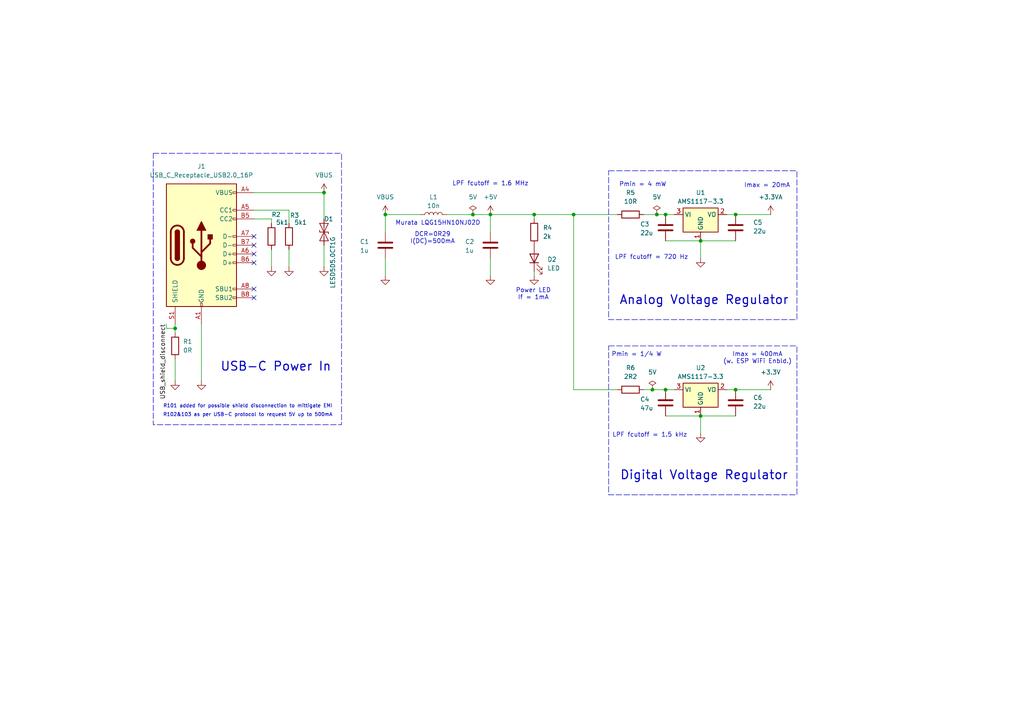
<source format=kicad_sch>
(kicad_sch (version 20231120) (generator "eeschema") (generator_version "8.0")
  (paper "A4")
  (title_block (title "BASM SOUNDCARD DEV V0") (date "2025-04-29") (rev "1") (company "BUCHAREST APPLIED STEAM MUSEUM") (comment 1 "Lowered Power Rating on Analog 3.3V Rail regulator & passives"))
  (lib_symbols
    (symbol "Connector:USB_C_Receptacle_USB2.0_16P" (pin_names (offset 1.016))
      (property "Reference" "J" (at 0 22.225 0))
      (property "Value" "USB_C_Receptacle_USB2.0_16P" (at 0 19.685 0))
      (symbol "USB_C_Receptacle_USB2.0_16P_0_0"
        (rectangle (start -0.254 -17.78) (end 0.254 -16.764))
        (rectangle (start 10.16 -14.986) (end 9.144 -15.494))
        (rectangle (start 10.16 -12.446) (end 9.144 -12.954))
        (rectangle (start 10.16 -4.826) (end 9.144 -5.334))
        (rectangle (start 10.16 -2.286) (end 9.144 -2.794))
        (rectangle (start 10.16 0.254) (end 9.144 -0.254))
        (rectangle (start 10.16 2.794) (end 9.144 2.286))
        (rectangle (start 10.16 7.874) (end 9.144 7.366))
        (rectangle (start 10.16 10.414) (end 9.144 9.906))
        (rectangle (start 10.16 15.494) (end 9.144 14.986))
      )
      (symbol "USB_C_Receptacle_USB2.0_16P_0_1"
        (rectangle (start -10.16 17.78) (end 10.16 -17.78) (stroke (width 0.254)) (fill (type background)))
        (arc (start -8.89 -3.81) (mid -6.985 -5.7067) (end -5.08 -3.81) (stroke (width 0.508)))
        (arc (start -7.62 -3.81) (mid -6.985 -4.4423) (end -6.35 -3.81) (stroke (width 0.254)))
        (arc (start -7.62 -3.81) (mid -6.985 -4.4423) (end -6.35 -3.81) (stroke (width 0.254)) (fill (type outline)))
        (rectangle (start -7.62 -3.81) (end -6.35 3.81) (stroke (width 0.254)) (fill (type outline)))
        (arc (start -6.35 3.81) (mid -6.985 4.4423) (end -7.62 3.81) (stroke (width 0.254)))
        (arc (start -6.35 3.81) (mid -6.985 4.4423) (end -7.62 3.81) (stroke (width 0.254)) (fill (type outline)))
        (arc (start -5.08 3.81) (mid -6.985 5.7067) (end -8.89 3.81) (stroke (width 0.508)))
        (circle (center -2.54 1.143) (radius 0.635) (stroke (width 0.254)) (fill (type outline)))
        (circle (center 0 -5.842) (radius 1.27) (fill (type outline)))
        (polyline (pts (xy -8.89 -3.81) (xy -8.89 3.81)) (stroke (width 0.508)))
        (polyline (pts (xy -5.08 3.81) (xy -5.08 -3.81)) (stroke (width 0.508)))
        (polyline (pts (xy 0 -5.842) (xy 0 4.318)) (stroke (width 0.508)))
        (polyline (pts (xy 0 -3.302) (xy -2.54 -0.762) (xy -2.54 0.508)) (stroke (width 0.508)))
        (polyline (pts (xy 0 -2.032) (xy 2.54 0.508) (xy 2.54 1.778)) (stroke (width 0.508)))
        (polyline (pts (xy -1.27 4.318) (xy 0 6.858) (xy 1.27 4.318) (xy -1.27 4.318)) (stroke (width 0.254)) (fill (type outline)))
        (rectangle (start 1.905 1.778) (end 3.175 3.048) (stroke (width 0.254)) (fill (type outline)))
      )
      (symbol "USB_C_Receptacle_USB2.0_16P_1_1"
        (pin passive line (at 0 -22.86 90) (length 5.08) (name "GND") (number "A1"))
        (pin passive line (at 0 -22.86 90) (length 5.08) hide (name "GND") (number "A12"))
        (pin passive line (at 15.24 15.24 180) (length 5.08) (name "VBUS") (number "A4"))
        (pin bidirectional line (at 15.24 10.16 180) (length 5.08) (name "CC1") (number "A5"))
        (pin bidirectional line (at 15.24 -2.54 180) (length 5.08) (name "D+") (number "A6"))
        (pin bidirectional line (at 15.24 2.54 180) (length 5.08) (name "D-") (number "A7"))
        (pin bidirectional line (at 15.24 -12.7 180) (length 5.08) (name "SBU1") (number "A8"))
        (pin passive line (at 15.24 15.24 180) (length 5.08) hide (name "VBUS") (number "A9"))
        (pin passive line (at 0 -22.86 90) (length 5.08) hide (name "GND") (number "B1"))
        (pin passive line (at 0 -22.86 90) (length 5.08) hide (name "GND") (number "B12"))
        (pin passive line (at 15.24 15.24 180) (length 5.08) hide (name "VBUS") (number "B4"))
        (pin bidirectional line (at 15.24 7.62 180) (length 5.08) (name "CC2") (number "B5"))
        (pin bidirectional line (at 15.24 -5.08 180) (length 5.08) (name "D+") (number "B6"))
        (pin bidirectional line (at 15.24 0 180) (length 5.08) (name "D-") (number "B7"))
        (pin bidirectional line (at 15.24 -15.24 180) (length 5.08) (name "SBU2") (number "B8"))
        (pin passive line (at 15.24 15.24 180) (length 5.08) hide (name "VBUS") (number "B9"))
        (pin passive line (at -7.62 -22.86 90) (length 5.08) (name "SHIELD") (number "S1"))
      )
    )
    (symbol "Device:C" (pin_numbers hide) (pin_names (offset 0.254))
      (property "Reference" "C" (at 0.635 2.54 0))
      (property "Value" "C" (at 0.635 -2.54 0))
      (symbol "C_0_1"
        (polyline (pts (xy -2.032 -0.762) (xy 2.032 -0.762)) (stroke (width 0.508)))
        (polyline (pts (xy -2.032 0.762) (xy 2.032 0.762)) (stroke (width 0.508)))
      )
      (symbol "C_1_1"
        (pin passive line (at 0 3.81 270) (length 2.794) (name "~") (number "1"))
        (pin passive line (at 0 -3.81 90) (length 2.794) (name "~") (number "2"))
      )
    )
    (symbol "Device:L" (pin_numbers hide) (pin_names (offset 1.016) hide)
      (property "Reference" "L" (at -1.27 0 90))
      (property "Value" "L" (at 1.905 0 90))
      (symbol "L_0_1"
        (arc (start 0 -2.54) (mid 0.6323 -1.905) (end 0 -1.27))
        (arc (start 0 -1.27) (mid 0.6323 -0.635) (end 0 0))
        (arc (start 0 0) (mid 0.6323 0.635) (end 0 1.27))
        (arc (start 0 1.27) (mid 0.6323 1.905) (end 0 2.54))
      )
      (symbol "L_1_1"
        (pin passive line (at 0 3.81 270) (length 1.27) (name "1") (number "1"))
        (pin passive line (at 0 -3.81 90) (length 1.27) (name "2") (number "2"))
      )
    )
    (symbol "Device:LED" (pin_numbers hide) (pin_names (offset 1.016) hide)
      (property "Reference" "D" (at 0 2.54 0))
      (property "Value" "LED" (at 0 -2.54 0))
      (symbol "LED_0_1"
        (polyline (pts (xy -1.27 -1.27) (xy -1.27 1.27)) (stroke (width 0.254)))
        (polyline (pts (xy -1.27 0) (xy 1.27 0)))
        (polyline (pts (xy 1.27 -1.27) (xy 1.27 1.27) (xy -1.27 0) (xy 1.27 -1.27)) (stroke (width 0.254)))
        (polyline (pts (xy -3.048 -0.762) (xy -4.572 -2.286) (xy -3.81 -2.286) (xy -4.572 -2.286) (xy -4.572 -1.524)))
        (polyline (pts (xy -1.778 -0.762) (xy -3.302 -2.286) (xy -2.54 -2.286) (xy -3.302 -2.286) (xy -3.302 -1.524)))
      )
      (symbol "LED_1_1"
        (pin passive line (at -3.81 0 0) (length 2.54) (name "K") (number "1"))
        (pin passive line (at 3.81 0 180) (length 2.54) (name "A") (number "2"))
      )
    )
    (symbol "Device:R" (pin_numbers hide) (pin_names (offset 0))
      (property "Reference" "R" (at 2.032 0 90))
      (property "Value" "R" (at 0 0 90))
      (symbol "R_0_1"
        (rectangle (start -1.016 -2.54) (end 1.016 2.54) (stroke (width 0.254)))
      )
      (symbol "R_1_1"
        (pin passive line (at 0 3.81 270) (length 1.27) (name "~") (number "1"))
        (pin passive line (at 0 -3.81 90) (length 1.27) (name "~") (number "2"))
      )
    )
    (symbol "Diode:ESD9B5.0ST5G" (pin_numbers hide) (pin_names (offset 1.016) hide)
      (property "Reference" "D" (at 0 2.54 0))
      (property "Value" "ESD9B5.0ST5G" (at 0 -2.54 0))
      (symbol "ESD9B5.0ST5G_0_1"
        (polyline (pts (xy 1.27 0) (xy -1.27 0)))
        (polyline (pts (xy -2.54 -1.27) (xy 0 0) (xy -2.54 1.27) (xy -2.54 -1.27)) (stroke (width 0.2032)))
        (polyline (pts (xy 0.508 1.27) (xy 0 1.27) (xy 0 -1.27) (xy -0.508 -1.27)) (stroke (width 0.2032)))
        (polyline (pts (xy 2.54 1.27) (xy 2.54 -1.27) (xy 0 0) (xy 2.54 1.27)) (stroke (width 0.2032)))
      )
      (symbol "ESD9B5.0ST5G_1_1"
        (pin passive line (at -3.81 0 0) (length 2.54) (name "A1") (number "1"))
        (pin passive line (at 3.81 0 180) (length 2.54) (name "A2") (number "2"))
      )
    )
    (symbol "Regulator_Linear:AMS1117-3.3"
      (property "Reference" "U" (at -3.81 3.175 0))
      (property "Value" "AMS1117-3.3" (at 0 3.175 0))
      (symbol "AMS1117-3.3_0_1"
        (rectangle (start -5.08 -5.08) (end 5.08 1.905) (stroke (width 0.254)) (fill (type background)))
      )
      (symbol "AMS1117-3.3_1_1"
        (pin power_in line (at 0 -7.62 90) (length 2.54) (name "GND") (number "1"))
        (pin power_out line (at 7.62 0 180) (length 2.54) (name "VO") (number "2"))
        (pin power_in line (at -7.62 0 0) (length 2.54) (name "VI") (number "3"))
      )
    )
    (symbol "power:+3.3V" (power) (pin_numbers hide) (pin_names (offset 0) hide)
      (property "Value" "+3.3V" (at 0 3.556 0))
      (symbol "+3.3V_0_1"
        (polyline (pts (xy -0.762 1.27) (xy 0 2.54)))
        (polyline (pts (xy 0 0) (xy 0 2.54)))
        (polyline (pts (xy 0 2.54) (xy 0.762 1.27)))
      )
      (symbol "+3.3V_1_1"
        (pin power_in line (at 0 0 90) (length 0) (name "~") (number "1"))
      )
    )
    (symbol "power:+3.3VA" (power) (pin_numbers hide) (pin_names (offset 0) hide)
      (property "Value" "+3.3VA" (at 0 3.556 0))
      (symbol "+3.3VA_0_1"
        (polyline (pts (xy -0.762 1.27) (xy 0 2.54)))
        (polyline (pts (xy 0 0) (xy 0 2.54)))
        (polyline (pts (xy 0 2.54) (xy 0.762 1.27)))
      )
      (symbol "+3.3VA_1_1"
        (pin power_in line (at 0 0 90) (length 0) (name "~") (number "1"))
      )
    )
    (symbol "power:+5V" (power) (pin_numbers hide) (pin_names (offset 0) hide)
      (property "Value" "+5V" (at 0 3.556 0))
      (symbol "+5V_0_1"
        (polyline (pts (xy -0.762 1.27) (xy 0 2.54)))
        (polyline (pts (xy 0 0) (xy 0 2.54)))
        (polyline (pts (xy 0 2.54) (xy 0.762 1.27)))
      )
      (symbol "+5V_1_1"
        (pin power_in line (at 0 0 90) (length 0) (name "~") (number "1"))
      )
    )
    (symbol "power:GND" (power) (pin_numbers hide) (pin_names (offset 0) hide)
      (property "Value" "GND" (at 0 -3.81 0))
      (symbol "GND_0_1"
        (polyline (pts (xy 0 0) (xy 0 -1.27) (xy 1.27 -1.27) (xy 0 -2.54) (xy -1.27 -1.27) (xy 0 -1.27)))
      )
      (symbol "GND_1_1"
        (pin power_in line (at 0 0 270) (length 0) (name "~") (number "1"))
      )
    )
    (symbol "power:PWR_FLAG" (power) (pin_numbers hide) (pin_names (offset 0) hide)
      (property "Value" "PWR_FLAG" (at 0 3.81 0))
      (symbol "PWR_FLAG_0_0"
        (pin power_out line (at 0 0 90) (length 0) (name "~") (number "1"))
      )
      (symbol "PWR_FLAG_0_1"
        (polyline (pts (xy 0 0) (xy 0 1.27) (xy -1.016 1.905) (xy 0 2.54) (xy 1.016 1.905) (xy 0 1.27)))
      )
    )
    (symbol "power:VBUS" (power) (pin_numbers hide) (pin_names (offset 0) hide)
      (property "Value" "VBUS" (at 0 3.556 0))
      (symbol "VBUS_0_1"
        (polyline (pts (xy -0.762 1.27) (xy 0 2.54)))
        (polyline (pts (xy 0 0) (xy 0 2.54)))
        (polyline (pts (xy 0 2.54) (xy 0.762 1.27)))
      )
      (symbol "VBUS_1_1"
        (pin power_in line (at 0 0 90) (length 0) (name "~") (number "1"))
      )
    )
  )
  (junction (at 189.23 113.03))
  (junction (at 193.04 62.23))
  (junction (at 213.36 62.23))
  (junction (at 166.37 62.23))
  (junction (at 203.2 69.85))
  (junction (at 111.76 62.23))
  (junction (at 137.16 62.23))
  (junction (at 50.8 95.25))
  (junction (at 203.2 120.65))
  (junction (at 193.04 113.03))
  (junction (at 154.94 62.23))
  (junction (at 190.5 62.23))
  (junction (at 213.36 113.03))
  (junction (at 93.98 55.88))
  (junction (at 142.24 62.23))
  (no_connect (at 73.66 71.12))
  (no_connect (at 73.66 76.2))
  (no_connect (at 73.66 83.82))
  (no_connect (at 73.66 73.66))
  (no_connect (at 73.66 68.58))
  (no_connect (at 73.66 86.36))
  (wire (pts (xy 111.76 62.23) (xy 111.76 67.31)))
  (wire (pts (xy 203.2 120.65) (xy 213.36 120.65)))
  (wire (pts (xy 213.36 113.03) (xy 223.52 113.03)))
  (wire (pts (xy 189.23 113.03) (xy 186.69 113.03)))
  (wire (pts (xy 166.37 113.03) (xy 166.37 62.23)))
  (wire (pts (xy 193.04 113.03) (xy 189.23 113.03)))
  (wire (pts (xy 50.8 95.25) (xy 50.8 96.52)))
  (wire (pts (xy 50.8 104.14) (xy 50.8 110.49)))
  (wire (pts (xy 193.04 62.23) (xy 195.58 62.23)))
  (wire (pts (xy 154.94 62.23) (xy 166.37 62.23)))
  (wire (pts (xy 48.26 95.25) (xy 50.8 95.25)))
  (wire (pts (xy 111.76 62.23) (xy 121.92 62.23)))
  (wire (pts (xy 83.82 60.96) (xy 83.82 64.77)))
  (wire (pts (xy 179.07 113.03) (xy 166.37 113.03)))
  (wire (pts (xy 93.98 71.12) (xy 93.98 77.47)))
  (wire (pts (xy 73.66 55.88) (xy 93.98 55.88)))
  (wire (pts (xy 142.24 62.23) (xy 142.24 67.31)))
  (wire (pts (xy 203.2 120.65) (xy 203.2 125.73)))
  (wire (pts (xy 142.24 62.23) (xy 154.94 62.23)))
  (wire (pts (xy 129.54 62.23) (xy 137.16 62.23)))
  (wire (pts (xy 78.74 63.5) (xy 78.74 64.77)))
  (wire (pts (xy 154.94 78.74) (xy 154.94 80.01)))
  (wire (pts (xy 193.04 69.85) (xy 203.2 69.85)))
  (wire (pts (xy 73.66 63.5) (xy 78.74 63.5)))
  (wire (pts (xy 203.2 69.85) (xy 203.2 74.93)))
  (wire (pts (xy 50.8 93.98) (xy 50.8 95.25)))
  (wire (pts (xy 186.69 62.23) (xy 190.5 62.23)))
  (wire (pts (xy 73.66 60.96) (xy 83.82 60.96)))
  (wire (pts (xy 78.74 72.39) (xy 78.74 77.47)))
  (wire (pts (xy 210.82 62.23) (xy 213.36 62.23)))
  (wire (pts (xy 190.5 62.23) (xy 193.04 62.23)))
  (wire (pts (xy 193.04 113.03) (xy 195.58 113.03)))
  (wire (pts (xy 193.04 120.65) (xy 203.2 120.65)))
  (wire (pts (xy 48.26 93.98) (xy 48.26 95.25)))
  (wire (pts (xy 142.24 74.93) (xy 142.24 80.01)))
  (wire (pts (xy 137.16 62.23) (xy 142.24 62.23)))
  (wire (pts (xy 154.94 63.5) (xy 154.94 62.23)))
  (wire (pts (xy 58.42 93.98) (xy 58.42 110.49)))
  (wire (pts (xy 93.98 55.88) (xy 93.98 63.5)))
  (wire (pts (xy 166.37 62.23) (xy 179.07 62.23)))
  (wire (pts (xy 83.82 72.39) (xy 83.82 77.47)))
  (wire (pts (xy 203.2 69.85) (xy 213.36 69.85)))
  (wire (pts (xy 213.36 62.23) (xy 223.52 62.23)))
  (wire (pts (xy 210.82 113.03) (xy 213.36 113.03)))
  (wire (pts (xy 111.76 74.93) (xy 111.76 80.01)))
  (rectangle (start 176.53 49.53) (end 231.14 92.71) (stroke (width 0) (type dash)))
  (rectangle (start 44.45 44.45) (end 99.06 123.19) (stroke (width 0) (type dash)))
  (rectangle (start 176.53 100.33) (end 231.14 143.51) (stroke (width 0) (type dash)))
  (text "Analog Voltage Regulator\n" (at 204.216 87.122 0) (effects (font (size 2.54 2.54) (thickness 0.3175))))
  (text "Murata LQG15HN10NJ02D\n" (at 127 64.77 0) (effects (font (size 1.27 1.27))))
  (text "Imax = 20mA\n" (at 222.504 53.848 0) (effects (font (size 1.27 1.27))))
  (text "Pmin = 1/4 W\n" (at 184.658 102.87 0) (effects (font (size 1.27 1.27))))
  (text "LPF fcutoff = 1.5 kHz" (at 188.468 126.238 0) (effects (font (size 1.27 1.27))))
  (text "Pmin = 4 mW\n\n" (at 186.436 54.61 0) (effects (font (size 1.27 1.27))))
  (text "DCR=0R29\nI(DC)=500mA\n" (at 125.476 69.088 0) (effects (font (size 1.27 1.27))))
  (text "USB-C Power In\n" (at 80.01 106.426 0) (effects (font (size 2.54 2.54) (thickness 0.3175))))
  (text "Imax = 400mA\n(w. ESP WiFi Enbld.)\n" (at 219.71 103.886 0) (effects (font (size 1.27 1.27))))
  (text "Power LED\nIf = 1mA\n" (at 154.686 85.344 0) (effects (font (size 1.27 1.27))))
  (text "Digital Voltage Regulator" (at 204.216 137.922 0) (effects (font (size 2.54 2.54) (thickness 0.3175))))
  (text "LPF fcutoff = 1.6 MHz" (at 142.24 53.34 0) (effects (font (size 1.27 1.27))))
  (text "R101 added for possible shield disconnection to mittigate EMI" (at 71.882 117.856 0) (effects (font (size 1.016 1.016))))
  (text "R102&103 as per USB-C protocol to request 5V up to 500mA" (at 71.882 120.396 0) (effects (font (size 1.016 1.016))))
  (text "LPF fcutoff = 720 Hz" (at 188.976 74.676 0) (effects (font (size 1.27 1.27))))
  (label "USB_shield_disconnect" (at 48.26 93.98 270))
  (symbol (lib_id "Device:LED") (at 154.94 74.93 90) (unit 1)
    (property "Reference" "D2" (at 158.75 75.2474 90) (effects (justify right)))
    (property "Value" "LED" (at 158.75 77.7874 90) (effects (justify right)))
    (property "Footprint" "LED_SMD:LED_0402_1005Metric" (effects (hide yes)))
    (property "Description" "Light emitting diode" (effects (hide yes)))
  )
  (symbol (lib_id "Device:C") (at 142.24 71.12 0) (unit 1)
    (property "Reference" "C2" (at 134.874 70.104 0) (effects (justify left)))
    (property "Value" "1u" (at 134.874 72.644 0) (effects (justify left)))
    (property "Footprint" "Capacitor_SMD:C_0402_1005Metric" (effects (hide yes)))
    (property "Description" "Unpolarized capacitor" (effects (hide yes)))
  )
  (symbol (lib_id "power:+3.3V") (at 223.52 113.03 0) (unit 1)
    (property "Reference" "#PWR015" (effects (hide yes)))
    (property "Value" "+3.3V" (at 223.52 107.95 0))
    (property "Description" "Power symbol creates a global label with name \"+3.3V\"" (effects (hide yes)))
  )
  (symbol (lib_id "Regulator_Linear:AMS1117-3.3") (at 203.2 113.03 0) (unit 1)
    (property "Reference" "U2" (at 203.2 106.68 0))
    (property "Value" "AMS1117-3.3" (at 203.2 109.22 0))
    (property "Footprint" "Package_TO_SOT_SMD:SOT-223-3_TabPin2" (effects (hide yes)))
    (property "Datasheet" "http://www.advanced-monolithic.com/pdf/ds1117.pdf" (effects (hide yes)))
    (property "Description" "1A Low Dropout regulator, positive, 3.3V fixed output, SOT-223" (effects (hide yes)))
  )
  (symbol (lib_id "Device:R") (at 78.74 68.58 0) (unit 1)
    (property "Reference" "R2" (at 78.74 62.23 0) (effects (justify left)))
    (property "Value" "5k1" (at 80.01 64.516 0) (effects (justify left)))
    (property "Footprint" "Resistor_SMD:R_0402_1005Metric" (effects (hide yes)))
    (property "Description" "Resistor" (effects (hide yes)))
  )
  (symbol (lib_id "power:PWR_FLAG") (at 189.23 113.03 0) (unit 1)
    (property "Reference" "#FLG02" (effects (hide yes)))
    (property "Value" "5V" (at 189.23 107.95 0))
    (property "Description" "Special symbol for telling ERC where power comes from" (effects (hide yes)))
  )
  (symbol (lib_id "power:GND") (at 50.8 110.49 0) (unit 1)
    (property "Reference" "#PWR01" (effects (hide yes)))
    (property "Value" "GND" (effects (hide yes)))
    (property "Description" "Power symbol creates a global label with name \"GND\" , ground" (effects (hide yes)))
  )
  (symbol (lib_id "power:GND") (at 154.94 80.01 0) (unit 1)
    (property "Reference" "#PWR011" (effects (hide yes)))
    (property "Value" "GND" (effects (hide yes)))
    (property "Description" "Power symbol creates a global label with name \"GND\" , ground" (effects (hide yes)))
  )
  (symbol (lib_id "power:GND") (at 111.76 80.01 0) (unit 1)
    (property "Reference" "#PWR08" (effects (hide yes)))
    (property "Value" "GND" (effects (hide yes)))
    (property "Description" "Power symbol creates a global label with name \"GND\" , ground" (effects (hide yes)))
  )
  (symbol (lib_id "power:GND") (at 58.42 110.49 0) (unit 1)
    (property "Reference" "#PWR02" (effects (hide yes)))
    (property "Value" "GND" (effects (hide yes)))
    (property "Description" "Power symbol creates a global label with name \"GND\" , ground" (effects (hide yes)))
  )
  (symbol (lib_id "Device:C") (at 193.04 116.84 0) (unit 1)
    (property "Reference" "C4" (at 185.674 115.824 0) (effects (justify left)))
    (property "Value" "47u" (at 185.674 118.364 0) (effects (justify left)))
    (property "Footprint" "Capacitor_SMD:C_0603_1608Metric" (effects (hide yes)))
    (property "Description" "Unpolarized capacitor" (effects (hide yes)))
  )
  (symbol (lib_id "power:GND") (at 203.2 74.93 0) (unit 1)
    (property "Reference" "#PWR012" (effects (hide yes)))
    (property "Value" "GND" (effects (hide yes)))
    (property "Description" "Power symbol creates a global label with name \"GND\" , ground" (effects (hide yes)))
  )
  (symbol (lib_id "Device:C") (at 111.76 71.12 0) (unit 1)
    (property "Reference" "C1" (at 104.394 70.104 0) (effects (justify left)))
    (property "Value" "1u" (at 104.394 72.644 0) (effects (justify left)))
    (property "Footprint" "Capacitor_SMD:C_0402_1005Metric" (effects (hide yes)))
    (property "Description" "Unpolarized capacitor" (effects (hide yes)))
  )
  (symbol (lib_id "Device:R") (at 50.8 100.33 0) (unit 1)
    (property "Reference" "R1" (at 53.086 99.06 0) (effects (justify left)))
    (property "Value" "0R" (at 53.086 101.6 0) (effects (justify left)))
    (property "Footprint" "Resistor_SMD:R_0603_1608Metric" (effects (hide yes)))
    (property "Description" "Resistor" (effects (hide yes)))
  )
  (symbol (lib_id "power:VBUS") (at 93.98 55.88 0) (unit 1)
    (property "Reference" "#PWR05" (effects (hide yes)))
    (property "Value" "VBUS" (at 93.98 50.8 0))
    (property "Description" "Power symbol creates a global label with name \"VBUS\"" (effects (hide yes)))
  )
  (symbol (lib_id "Device:C") (at 193.04 66.04 0) (unit 1)
    (property "Reference" "C3" (at 185.674 65.024 0) (effects (justify left)))
    (property "Value" "22u" (at 185.674 67.564 0) (effects (justify left)))
    (property "Footprint" "Capacitor_SMD:C_0603_1608Metric" (effects (hide yes)))
    (property "Description" "Unpolarized capacitor" (effects (hide yes)))
  )
  (symbol (lib_id "Diode:ESD9B5.0ST5G") (at 93.98 67.31 90) (unit 1)
    (property "Reference" "D1" (at 93.98 63.5 90) (effects (justify right)))
    (property "Value" "LESD5D5.0CT1G" (at 96.52 68.5799 0) (effects (justify right)))
    (property "Footprint" "Diode_SMD:D_SOD-523" (effects (hide yes)))
    (property "Datasheet" "https://www.onsemi.com/pub/Collateral/ESD9B-D.PDF" (effects (hide yes)))
    (property "Description" "ESD protection diode, 5.0Vrwm, SOD-923" (effects (hide yes)))
  )
  (symbol (lib_id "power:GND") (at 142.24 80.01 0) (unit 1)
    (property "Reference" "#PWR010" (effects (hide yes)))
    (property "Value" "GND" (effects (hide yes)))
    (property "Description" "Power symbol creates a global label with name \"GND\" , ground" (effects (hide yes)))
  )
  (symbol (lib_id "Device:C") (at 213.36 66.04 0) (unit 1)
    (property "Reference" "C5" (at 218.44 64.516 0) (effects (justify left)))
    (property "Value" "22u" (at 218.44 67.056 0) (effects (justify left)))
    (property "Footprint" "Capacitor_SMD:C_0603_1608Metric" (effects (hide yes)))
    (property "Description" "Unpolarized capacitor" (effects (hide yes)))
  )
  (symbol (lib_id "Device:R") (at 182.88 62.23 90) (unit 1)
    (property "Reference" "R5" (at 182.88 55.88 90))
    (property "Value" "10R" (at 182.88 58.42 90))
    (property "Footprint" "Resistor_SMD:R_0603_1608Metric" (effects (hide yes)))
    (property "Description" "Resistor" (effects (hide yes)))
  )
  (symbol (lib_id "Connector:USB_C_Receptacle_USB2.0_16P") (at 58.42 71.12 0) (unit 1)
    (property "Reference" "J1" (at 58.42 48.26 0))
    (property "Value" "USB_C_Receptacle_USB2.0_16P" (at 58.42 50.8 0))
    (property "Footprint" "Connector_USB:USB_C_Receptacle_Palconn_UTC16-G" (effects (hide yes)))
    (property "Datasheet" "https://www.usb.org/sites/default/files/documents/usb_type-c.zip" (effects (hide yes)))
    (property "Description" "USB 2.0-only 16P Type-C Receptacle connector" (effects (hide yes)))
  )
  (symbol (lib_id "power:VBUS") (at 111.76 62.23 0) (unit 1)
    (property "Reference" "#PWR07" (effects (hide yes)))
    (property "Value" "VBUS" (at 111.76 57.15 0))
    (property "Description" "Power symbol creates a global label with name \"VBUS\"" (effects (hide yes)))
  )
  (symbol (lib_id "power:GND") (at 93.98 77.47 0) (unit 1)
    (property "Reference" "#PWR06" (effects (hide yes)))
    (property "Value" "GND" (effects (hide yes)))
    (property "Description" "Power symbol creates a global label with name \"GND\" , ground" (effects (hide yes)))
  )
  (symbol (lib_id "power:GND") (at 78.74 77.47 0) (unit 1)
    (property "Reference" "#PWR03" (effects (hide yes)))
    (property "Value" "GND" (effects (hide yes)))
    (property "Description" "Power symbol creates a global label with name \"GND\" , ground" (effects (hide yes)))
  )
  (symbol (lib_id "power:GND") (at 203.2 125.73 0) (unit 1)
    (property "Reference" "#PWR013" (effects (hide yes)))
    (property "Value" "GND" (effects (hide yes)))
    (property "Description" "Power symbol creates a global label with name \"GND\" , ground" (effects (hide yes)))
  )
  (symbol (lib_id "power:+3.3VA") (at 223.52 62.23 0) (unit 1)
    (property "Reference" "#PWR014" (effects (hide yes)))
    (property "Value" "+3.3VA" (at 223.52 57.15 0))
    (property "Description" "Power symbol creates a global label with name \"+3.3VA\"" (effects (hide yes)))
  )
  (symbol (lib_id "power:PWR_FLAG") (at 190.5 62.23 0) (unit 1)
    (property "Reference" "#FLG03" (effects (hide yes)))
    (property "Value" "5V" (at 190.5 57.15 0))
    (property "Description" "Special symbol for telling ERC where power comes from" (effects (hide yes)))
  )
  (symbol (lib_id "Device:L") (at 125.73 62.23 90) (unit 1)
    (property "Reference" "L1" (at 125.73 57.15 90))
    (property "Value" "10n" (at 125.73 59.69 90))
    (property "Footprint" "Inductor_SMD:L_0402_1005Metric" (effects (hide yes)))
    (property "Description" "Inductor" (effects (hide yes)))
  )
  (symbol (lib_id "Regulator_Linear:AMS1117-3.3") (at 203.2 62.23 0) (unit 1)
    (property "Reference" "U1" (at 203.2 55.88 0))
    (property "Value" "AMS1117-3.3" (at 203.2 58.42 0))
    (property "Footprint" "Package_TO_SOT_SMD:SOT-223-3_TabPin2" (effects (hide yes)))
    (property "Datasheet" "http://www.advanced-monolithic.com/pdf/ds1117.pdf" (effects (hide yes)))
    (property "Description" "1A Low Dropout regulator, positive, 3.3V fixed output, SOT-223" (effects (hide yes)))
  )
  (symbol (lib_id "Device:R") (at 83.82 68.58 0) (unit 1)
    (property "Reference" "R3" (at 84.074 62.484 0) (effects (justify left)))
    (property "Value" "5k1" (at 85.344 64.516 0) (effects (justify left)))
    (property "Footprint" "Resistor_SMD:R_0402_1005Metric" (effects (hide yes)))
    (property "Description" "Resistor" (effects (hide yes)))
  )
  (symbol (lib_id "power:PWR_FLAG") (at 137.16 62.23 0) (unit 1)
    (property "Reference" "#FLG01" (effects (hide yes)))
    (property "Value" "5V" (at 137.16 57.15 0))
    (property "Description" "Special symbol for telling ERC where power comes from" (effects (hide yes)))
  )
  (symbol (lib_id "Device:R") (at 154.94 67.31 0) (unit 1)
    (property "Reference" "R4" (at 157.48 66.0399 0) (effects (justify left)))
    (property "Value" "2k" (at 157.48 68.5799 0) (effects (justify left)))
    (property "Footprint" "Resistor_SMD:R_0402_1005Metric" (effects (hide yes)))
    (property "Description" "Resistor" (effects (hide yes)))
  )
  (symbol (lib_id "power:+5V") (at 142.24 62.23 0) (unit 1)
    (property "Reference" "#PWR09" (effects (hide yes)))
    (property "Value" "+5V" (at 142.24 57.15 0))
    (property "Description" "Power symbol creates a global label with name \"+5V\"" (effects (hide yes)))
  )
  (symbol (lib_id "power:GND") (at 83.82 77.47 0) (unit 1)
    (property "Reference" "#PWR04" (effects (hide yes)))
    (property "Value" "GND" (effects (hide yes)))
    (property "Description" "Power symbol creates a global label with name \"GND\" , ground" (effects (hide yes)))
  )
  (symbol (lib_id "Device:C") (at 213.36 116.84 0) (unit 1)
    (property "Reference" "C6" (at 218.44 115.316 0) (effects (justify left)))
    (property "Value" "22u" (at 218.44 117.856 0) (effects (justify left)))
    (property "Footprint" "Capacitor_SMD:C_0603_1608Metric" (effects (hide yes)))
    (property "Description" "Unpolarized capacitor" (effects (hide yes)))
  )
  (symbol (lib_id "Device:R") (at 182.88 113.03 90) (unit 1)
    (property "Reference" "R6" (at 182.88 106.68 90))
    (property "Value" "2R2" (at 182.88 109.22 90))
    (property "Footprint" "Resistor_SMD:R_1206_3216Metric" (effects (hide yes)))
    (property "Description" "Resistor" (effects (hide yes)))
  )
)
</source>
